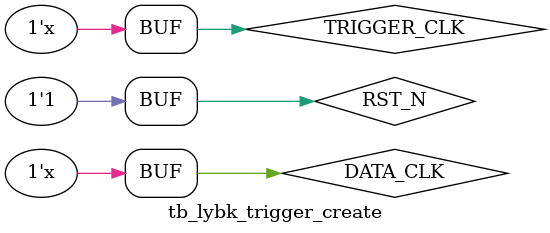
<source format=v>
`timescale 1ns / 1ps


module tb_lybk_trigger_create();
       reg    DATA_CLK;
       reg    TRIGGER_CLK;
       reg    RST_N;
       reg    EN;
       reg  [7:0] ZKBK_TASK_ID;
       reg        ZKBK_TRIGGER;
       reg  [7:0] B_CIRCLE_AMOUNT;
       reg  [7:0] TASK_ID_in;
       reg  [15:0] FPGA_ID_in;
       reg  [63:0] S_CIRCLE_DATA;

       reg  [15:0] cnt;
       reg  [15:0] trigger_create_cnt; 
       reg  [15:0]  add; 
       reg         data_valid; 
       reg        ZKBK_TRIGGER_next; 

       wire        IDLE;
       wire        TRIGGER;
       wire        VALID;
       wire [7:0]  TASK_ID_out;
       wire [15:0] FPGA_ID_out;

       wire        S_CIRCLE_FINISH;
   
       wire        TASK_FINIFH; 
       reg         trigger_next;          

    initial
    begin
       	DATA_CLK <= 0;
       	TRIGGER_CLK <= 0;
       	RST_N <= 1;
       	EN <= 0;
       	ZKBK_TRIGGER <= 0;
        ZKBK_TRIGGER_next <= 0;
       	cnt <= 0;
        trigger_create_cnt <= 0;
       	data_valid <= 0; 
       	add <= 0;
        trigger_next <= 0;
       end  

    always #5   DATA_CLK = ~DATA_CLK;
    always #5  TRIGGER_CLK = ~TRIGGER_CLK;


    always @(posedge DATA_CLK)
      if (TASK_FINIFH) 
      	  cnt <= 0;
      else if (&cnt)
      	cnt <= cnt;
      else
      cnt <= cnt + 1;  

    always @(posedge DATA_CLK)
      if (TASK_FINIFH) begin
          	add <= add + 1; 
          end    

    always @(posedge DATA_CLK)begin
    	/*if (cnt == 8) begin
    		RST_N <= 0;
    	end else if (cnt == 15) begin
    		RST_N <= 1;
    	end else*/ if (cnt == 20) begin
    		data_valid <= 1;
    	end else if (cnt == 21) begin
    	  TASK_ID_in <= 8'd3;//任务ID
    		FPGA_ID_in <= 16'b0101_0010_1000_1111;
    		B_CIRCLE_AMOUNT <= 8'd1;//大循环数量1
    	end else if (cnt == 22) begin
    	  S_CIRCLE_DATA <= {16'd10 + add,16'd1233 + add,16'd15 + add,16'd50 + add};//大循环1.2 
    	  EN <= 1;
    	end else if (cnt == 23) begin
    		EN <= 0;
    		data_valid <= 0;
    	end else if (cnt == 100) begin
    		ZKBK_TRIGGER <= 1;//每次大循环触发一次
    		ZKBK_TASK_ID <= 8'd3;
    	end else if (cnt == 101) begin
    		ZKBK_TRIGGER <= 0;
    	end/* else if (cnt == 1500) begin
    		ZKBK_TRIGGER <= 1;
    		ZKBK_TASK_ID <= 8'd3;
    	end else if (cnt == 1501) begin
    		ZKBK_TRIGGER <= 0;
    	end*/
    end   

    always @(posedge DATA_CLK)
      if (TASK_FINIFH) begin
          trigger_next <= 0;
      end else if (S_CIRCLE_FINISH) begin
          trigger_next <= 1;
      end
    

    always @(posedge DATA_CLK)
     if (S_CIRCLE_FINISH | TASK_FINIFH) begin
          trigger_create_cnt <= 0;
     end  else if (trigger_create_cnt == 20) begin
          trigger_create_cnt <= trigger_create_cnt;
     end  else if (trigger_next) begin
          trigger_create_cnt <= trigger_create_cnt + 1;
     end

     always @(posedge DATA_CLK)
        if (trigger_create_cnt == 15) begin
            ZKBK_TRIGGER_next <= 1;
            ZKBK_TASK_ID <= 8'd3;
        end else begin
             ZKBK_TRIGGER_next <= 0;
        end


 lybk_trigger_create lybk_trigger_create_inst(
        .DATA_CLK(DATA_CLK),
        .TRIGGER_CLK(TRIGGER_CLK),//外部时钟10M
        .RST_N(RST_N),//低电平复位
        .S_CIRCLE_DATA_VALID(EN),//输入使能信号(数据有效信号)
        .ZKBK_TASK_ID(ZKBK_TASK_ID),//中控板卡任务ID
        .ZKBK_TRIGGER(ZKBK_TRIGGER | ZKBK_TRIGGER_next),//中控板卡触发信号

        .B_CIRCLE_AMOUNT(B_CIRCLE_AMOUNT),//大循环数量
        .TASK_ID_in(TASK_ID_in),//任务ID
        .FPGA_ID_in(FPGA_ID_in),//fpga编号
        .S_CIRCLE_DATA(S_CIRCLE_DATA),//小循环触发数据

        .IDLE(IDLE),//空闲信号
        .TRIGGER(TRIGGER),//小循环触发信号
        .TRIGGER_VALID(VALID),//小循环触发有效信号
        .TASK_ID_out(TASK_ID_out),//任务ID
        .FPGA_ID_out(FPGA_ID_out),//FPGA掩码

        .TASK_FINIFH(TASK_FINIFH),
        .S_CIRCLE_FINISH(S_CIRCLE_FINISH)

);
endmodule

</source>
